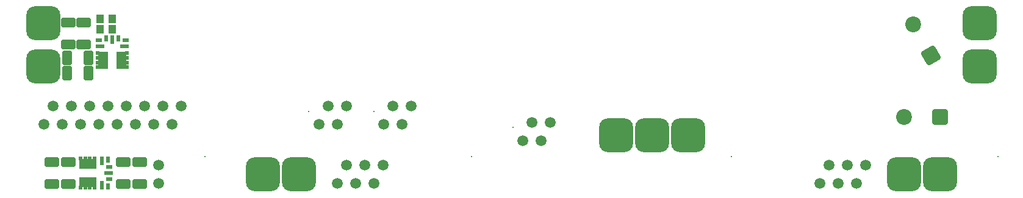
<source format=gts>
G04*
G04 #@! TF.GenerationSoftware,Altium Limited,Altium Designer,18.1.7 (191)*
G04*
G04 Layer_Color=8388736*
%FSLAX43Y43*%
%MOMM*%
G71*
G01*
G75*
G04:AMPARAMS|DCode=12|XSize=2mm|YSize=1.35mm|CornerRadius=0.244mm|HoleSize=0mm|Usage=FLASHONLY|Rotation=270.000|XOffset=0mm|YOffset=0mm|HoleType=Round|Shape=RoundedRectangle|*
%AMROUNDEDRECTD12*
21,1,2.000,0.863,0,0,270.0*
21,1,1.513,1.350,0,0,270.0*
1,1,0.488,-0.431,-0.756*
1,1,0.488,-0.431,0.756*
1,1,0.488,0.431,0.756*
1,1,0.488,0.431,-0.756*
%
%ADD12ROUNDEDRECTD12*%
%ADD13R,2.450X1.325*%
%ADD14R,0.900X0.500*%
%ADD15R,0.500X0.900*%
%ADD16R,0.600X1.200*%
%ADD17R,1.200X0.600*%
%ADD18R,1.325X2.450*%
G04:AMPARAMS|DCode=19|XSize=1.2mm|YSize=1.1mm|CornerRadius=0.213mm|HoleSize=0mm|Usage=FLASHONLY|Rotation=270.000|XOffset=0mm|YOffset=0mm|HoleType=Round|Shape=RoundedRectangle|*
%AMROUNDEDRECTD19*
21,1,1.200,0.675,0,0,270.0*
21,1,0.775,1.100,0,0,270.0*
1,1,0.425,-0.338,-0.388*
1,1,0.425,-0.338,0.388*
1,1,0.425,0.338,0.388*
1,1,0.425,0.338,-0.388*
%
%ADD19ROUNDEDRECTD19*%
G04:AMPARAMS|DCode=20|XSize=2mm|YSize=1.35mm|CornerRadius=0.244mm|HoleSize=0mm|Usage=FLASHONLY|Rotation=180.000|XOffset=0mm|YOffset=0mm|HoleType=Round|Shape=RoundedRectangle|*
%AMROUNDEDRECTD20*
21,1,2.000,0.863,0,0,180.0*
21,1,1.513,1.350,0,0,180.0*
1,1,0.488,-0.756,0.431*
1,1,0.488,0.756,0.431*
1,1,0.488,0.756,-0.431*
1,1,0.488,-0.756,-0.431*
%
%ADD20ROUNDEDRECTD20*%
%ADD21R,0.500X0.575*%
%ADD22R,0.575X0.500*%
%ADD23C,1.500*%
G04:AMPARAMS|DCode=24|XSize=4.7mm|YSize=4.7mm|CornerRadius=1.225mm|HoleSize=0mm|Usage=FLASHONLY|Rotation=0.000|XOffset=0mm|YOffset=0mm|HoleType=Round|Shape=RoundedRectangle|*
%AMROUNDEDRECTD24*
21,1,4.700,2.250,0,0,0.0*
21,1,2.250,4.700,0,0,0.0*
1,1,2.450,1.125,-1.125*
1,1,2.450,-1.125,-1.125*
1,1,2.450,-1.125,1.125*
1,1,2.450,1.125,1.125*
%
%ADD24ROUNDEDRECTD24*%
%ADD25C,0.200*%
G04:AMPARAMS|DCode=26|XSize=2.2mm|YSize=2.2mm|CornerRadius=0.35mm|HoleSize=0mm|Usage=FLASHONLY|Rotation=180.000|XOffset=0mm|YOffset=0mm|HoleType=Round|Shape=RoundedRectangle|*
%AMROUNDEDRECTD26*
21,1,2.200,1.500,0,0,180.0*
21,1,1.500,2.200,0,0,180.0*
1,1,0.700,-0.750,0.750*
1,1,0.700,0.750,0.750*
1,1,0.700,0.750,-0.750*
1,1,0.700,-0.750,-0.750*
%
%ADD26ROUNDEDRECTD26*%
%ADD27C,2.200*%
G04:AMPARAMS|DCode=28|XSize=2.2mm|YSize=2.2mm|CornerRadius=0.35mm|HoleSize=0mm|Usage=FLASHONLY|Rotation=120.000|XOffset=0mm|YOffset=0mm|HoleType=Round|Shape=RoundedRectangle|*
%AMROUNDEDRECTD28*
21,1,2.200,1.500,0,0,120.0*
21,1,1.500,2.200,0,0,120.0*
1,1,0.700,0.275,1.025*
1,1,0.700,1.025,-0.275*
1,1,0.700,-0.275,-1.025*
1,1,0.700,-1.025,0.275*
%
%ADD28ROUNDEDRECTD28*%
D12*
X8800Y18700D02*
D03*
X5800D02*
D03*
X8800Y16600D02*
D03*
X5800D02*
D03*
D13*
X8675Y1425D02*
D03*
X8675Y3975D02*
D03*
D14*
X11700Y3550D02*
D03*
Y1850D02*
D03*
X13950Y21200D02*
D03*
X10250D02*
D03*
D15*
X11500Y850D02*
D03*
Y4550D02*
D03*
X11250Y21400D02*
D03*
X12950D02*
D03*
D16*
X10650Y4400D02*
D03*
Y1000D02*
D03*
X12100Y21250D02*
D03*
D17*
X11550Y2700D02*
D03*
X10400Y20350D02*
D03*
X13800D02*
D03*
D18*
X13375Y18375D02*
D03*
X10825Y18375D02*
D03*
D19*
X12095Y24100D02*
D03*
X10395D02*
D03*
X10395Y22700D02*
D03*
X12095D02*
D03*
D20*
X8100Y23600D02*
D03*
Y20600D02*
D03*
X6000Y23600D02*
D03*
Y20600D02*
D03*
X3700Y1200D02*
D03*
Y4200D02*
D03*
X6000Y1200D02*
D03*
Y4200D02*
D03*
X15900Y1200D02*
D03*
Y4200D02*
D03*
X13600Y1200D02*
D03*
Y4200D02*
D03*
D21*
X9000Y688D02*
D03*
X7700Y688D02*
D03*
X8350Y688D02*
D03*
X9650Y688D02*
D03*
X7700Y4712D02*
D03*
X9000Y4712D02*
D03*
X9650Y4712D02*
D03*
X8350Y4712D02*
D03*
D22*
X14112Y18700D02*
D03*
Y17400D02*
D03*
Y18050D02*
D03*
X14112Y19350D02*
D03*
X10088Y17400D02*
D03*
Y18700D02*
D03*
Y19350D02*
D03*
Y18050D02*
D03*
D23*
X21655Y11995D02*
D03*
X20385Y9455D02*
D03*
X19115Y11995D02*
D03*
X17845Y9455D02*
D03*
X16575Y11995D02*
D03*
X15305Y9455D02*
D03*
X14035Y11995D02*
D03*
X12765Y9455D02*
D03*
X2605D02*
D03*
X3875Y11995D02*
D03*
X5145Y9455D02*
D03*
X6415Y11995D02*
D03*
X7685Y9455D02*
D03*
X8955Y11995D02*
D03*
X10225Y9455D02*
D03*
X11495Y11995D02*
D03*
X110320Y1230D02*
D03*
X111590Y3770D02*
D03*
X112860Y1230D02*
D03*
X114130Y3770D02*
D03*
X115400Y1230D02*
D03*
X116670Y3770D02*
D03*
X43320Y1230D02*
D03*
X44590Y3770D02*
D03*
X45860Y1230D02*
D03*
X47130Y3770D02*
D03*
X48400Y1230D02*
D03*
X49670Y3770D02*
D03*
X18500Y3840D02*
D03*
Y1300D02*
D03*
X72900Y9770D02*
D03*
X71630Y7230D02*
D03*
X70360Y9770D02*
D03*
X69090Y7230D02*
D03*
X44590Y12000D02*
D03*
X43320Y9460D02*
D03*
X42050Y12000D02*
D03*
X40780Y9460D02*
D03*
X53610Y12000D02*
D03*
X52340Y9460D02*
D03*
X51070Y12000D02*
D03*
X49800Y9460D02*
D03*
D24*
X2500Y17500D02*
D03*
Y23500D02*
D03*
X132500Y17500D02*
D03*
Y23500D02*
D03*
X82000Y8000D02*
D03*
X87000D02*
D03*
X92000D02*
D03*
X127000Y2500D02*
D03*
X122000D02*
D03*
X38000D02*
D03*
X33000D02*
D03*
D25*
X135000Y5000D02*
D03*
X25000Y5000D02*
D03*
X98000Y5000D02*
D03*
X62000D02*
D03*
X67690Y9030D02*
D03*
X39380Y11260D02*
D03*
X48400D02*
D03*
D26*
X127000Y10500D02*
D03*
D27*
X122000D02*
D03*
X123250Y23365D02*
D03*
D28*
X125750Y19035D02*
D03*
M02*

</source>
